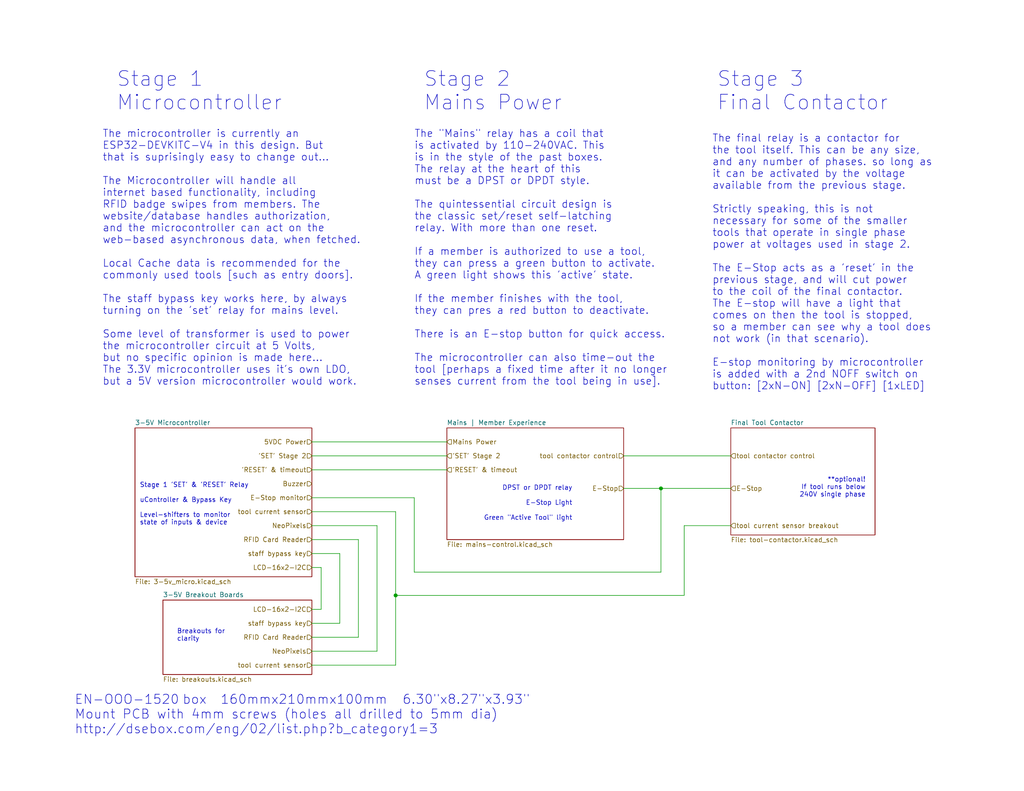
<source format=kicad_sch>
(kicad_sch (version 20211123) (generator eeschema)

  (uuid 77b14e98-9774-4eb6-8208-bda0ecd25116)

  (paper "USLetter")

  (title_block
    (title "Revised Tool Controller")
    (date "2022-07")
    (rev "v1")
    (company "MakeHaven - non-profit makerspace & Fab Lab in New Haven, CT, USA")
    (comment 1 "(1-1) set & (1-2) reset || (2) 110 or 230VAC coil || (3) full contactor [1-3 phase]")
    (comment 2 "---------------- 4 relay system -------------------------")
    (comment 3 "Current Sensor & RFID reader on breakout boards")
    (comment 4 "Bypass circumvents need for ESP32-DEVKITC-V4 || starts at relay (1-1)")
  )

  (lib_symbols
  )

  (junction (at 107.95 162.56) (diameter 0) (color 0 0 0 0)
    (uuid 074301a7-fb5c-41f6-b57b-68ee799e0b9a)
  )
  (junction (at 180.34 133.35) (diameter 0) (color 0 0 0 0)
    (uuid e4d17971-32c5-4caf-96e7-d9f443608484)
  )

  (wire (pts (xy 85.09 139.7) (xy 107.95 139.7))
    (stroke (width 0) (type default) (color 0 0 0 0))
    (uuid 077d8c19-1faa-4cc6-bb58-19832aa48b9d)
  )
  (wire (pts (xy 87.63 166.37) (xy 85.09 166.37))
    (stroke (width 0) (type default) (color 0 0 0 0))
    (uuid 22a9e117-ce23-4851-8ca1-663d017f3ed8)
  )
  (wire (pts (xy 92.71 170.18) (xy 85.09 170.18))
    (stroke (width 0) (type default) (color 0 0 0 0))
    (uuid 32d5e708-5971-49b3-b65b-3b14cfe8c3d1)
  )
  (wire (pts (xy 113.03 135.89) (xy 113.03 156.21))
    (stroke (width 0) (type default) (color 0 0 0 0))
    (uuid 3373fb25-94a5-4ee9-8bf9-e2fd74ed3d2d)
  )
  (wire (pts (xy 85.09 151.13) (xy 92.71 151.13))
    (stroke (width 0) (type default) (color 0 0 0 0))
    (uuid 3b9c8a5d-0dd8-4224-a53d-4dbdacd5ba0f)
  )
  (wire (pts (xy 102.87 177.8) (xy 85.09 177.8))
    (stroke (width 0) (type default) (color 0 0 0 0))
    (uuid 3cc232d8-ea45-4a96-996b-6db5b728a13f)
  )
  (wire (pts (xy 97.79 173.99) (xy 85.09 173.99))
    (stroke (width 0) (type default) (color 0 0 0 0))
    (uuid 58f5aff8-bde5-4b7b-880c-f95f7b04b24c)
  )
  (wire (pts (xy 85.09 120.65) (xy 121.92 120.65))
    (stroke (width 0) (type default) (color 0 0 0 0))
    (uuid 692f3520-e5a6-4460-baff-20dec217f715)
  )
  (wire (pts (xy 180.34 156.21) (xy 113.03 156.21))
    (stroke (width 0) (type default) (color 0 0 0 0))
    (uuid 70989a70-2f51-4e88-a992-3f4a3eb6bf22)
  )
  (wire (pts (xy 170.18 133.35) (xy 180.34 133.35))
    (stroke (width 0) (type default) (color 0 0 0 0))
    (uuid 766ffab7-7339-4c75-9a8e-d142cadbaf87)
  )
  (wire (pts (xy 107.95 139.7) (xy 107.95 162.56))
    (stroke (width 0) (type default) (color 0 0 0 0))
    (uuid 85b93869-984b-4e57-960d-9c8674b85561)
  )
  (wire (pts (xy 107.95 162.56) (xy 107.95 181.61))
    (stroke (width 0) (type default) (color 0 0 0 0))
    (uuid 8c597f88-2372-4c6f-acad-fbbf8f3ba7a6)
  )
  (wire (pts (xy 186.69 143.51) (xy 186.69 162.56))
    (stroke (width 0) (type default) (color 0 0 0 0))
    (uuid 91b16675-1c9b-463d-b084-16ebfe31c7f1)
  )
  (wire (pts (xy 85.09 154.94) (xy 87.63 154.94))
    (stroke (width 0) (type default) (color 0 0 0 0))
    (uuid a9cd8260-35f6-423a-bc5a-5500fa4103e1)
  )
  (wire (pts (xy 170.18 124.46) (xy 199.39 124.46))
    (stroke (width 0) (type default) (color 0 0 0 0))
    (uuid ac5e929f-6fa5-4635-928c-c21c58a57bf5)
  )
  (wire (pts (xy 107.95 162.56) (xy 186.69 162.56))
    (stroke (width 0) (type default) (color 0 0 0 0))
    (uuid acde4d0e-9a28-4ce6-be93-38eaf69e9a69)
  )
  (wire (pts (xy 87.63 154.94) (xy 87.63 166.37))
    (stroke (width 0) (type default) (color 0 0 0 0))
    (uuid b3d33e93-a64f-4ae2-a942-894abef70041)
  )
  (wire (pts (xy 102.87 143.51) (xy 102.87 177.8))
    (stroke (width 0) (type default) (color 0 0 0 0))
    (uuid b5738e18-5218-4de9-bdd6-4b5118f442e4)
  )
  (wire (pts (xy 85.09 128.27) (xy 121.92 128.27))
    (stroke (width 0) (type default) (color 0 0 0 0))
    (uuid c54afd68-16db-4bf0-a37f-9f9dd4a16979)
  )
  (wire (pts (xy 85.09 147.32) (xy 97.79 147.32))
    (stroke (width 0) (type default) (color 0 0 0 0))
    (uuid d3c3a477-48cc-4fab-ab08-52212d75e608)
  )
  (wire (pts (xy 85.09 143.51) (xy 102.87 143.51))
    (stroke (width 0) (type default) (color 0 0 0 0))
    (uuid d84a8706-9b44-4e6a-86a0-ff3e79af69ed)
  )
  (wire (pts (xy 186.69 143.51) (xy 199.39 143.51))
    (stroke (width 0) (type default) (color 0 0 0 0))
    (uuid db74bd8c-eb53-404f-9080-11003778735b)
  )
  (wire (pts (xy 180.34 133.35) (xy 199.39 133.35))
    (stroke (width 0) (type default) (color 0 0 0 0))
    (uuid dea143ea-9977-43d7-bf83-9d5ec92687ce)
  )
  (wire (pts (xy 97.79 147.32) (xy 97.79 173.99))
    (stroke (width 0) (type default) (color 0 0 0 0))
    (uuid e0ef5497-1cdd-41b0-9e84-191ca27d9b48)
  )
  (wire (pts (xy 92.71 151.13) (xy 92.71 170.18))
    (stroke (width 0) (type default) (color 0 0 0 0))
    (uuid e93f69a3-5888-43c7-b4d3-41ed8f8b2e9a)
  )
  (wire (pts (xy 85.09 181.61) (xy 107.95 181.61))
    (stroke (width 0) (type default) (color 0 0 0 0))
    (uuid f2f8f707-a388-48d9-9761-08b2a59009b1)
  )
  (wire (pts (xy 85.09 124.46) (xy 121.92 124.46))
    (stroke (width 0) (type default) (color 0 0 0 0))
    (uuid f35246c5-d11b-4c88-863a-c8e812370b75)
  )
  (wire (pts (xy 180.34 156.21) (xy 180.34 133.35))
    (stroke (width 0) (type default) (color 0 0 0 0))
    (uuid f4f6a428-2d1f-4843-90f4-ae6efe0fc782)
  )
  (wire (pts (xy 85.09 135.89) (xy 113.03 135.89))
    (stroke (width 0) (type default) (color 0 0 0 0))
    (uuid fe3df5df-664b-4b59-a7da-f199fcb7efe4)
  )

  (text "Stage 3\nFinal Contactor" (at 195.58 30.48 0)
    (effects (font (size 4 4)) (justify left bottom))
    (uuid 34df647a-0790-4243-87b0-328354480a69)
  )
  (text "Stage 1 'SET' & 'RESET' Relay\n\nuController & Bypass Key\n\nLevel-shifters to monitor \nstate of inputs & device"
    (at 38.1 143.51 0)
    (effects (font (size 1.27 1.27)) (justify left bottom))
    (uuid 4987efe7-5698-4c22-8d21-211c0afc0b7e)
  )
  (text "The final relay is a contactor for \nthe tool itself. This can be any size,\nand any number of phases. so long as \nit can be activated by the voltage \navailable from the previous stage.\n\nStrictly speaking, this is not \nnecessary for some of the smaller \ntools that operate in single phase\npower at voltages used in stage 2.\n\nThe E-Stop acts as a 'reset' in the \nprevious stage, and will cut power \nto the coil of the final contactor.\nThe E-stop will have a light that \ncomes on then the tool is stopped, \nso a member can see why a tool does \nnot work (in that scenario).\n\nE-stop monitoring by microcontroller\nis added with a 2nd NOFF switch on \nbutton: [2xN-ON] [2xN-OFF] [1xLED]"
    (at 194.31 106.68 0)
    (effects (font (size 2 2)) (justify left bottom))
    (uuid 53f24ab8-46a0-4924-89cf-d40bd9e323b1)
  )
  (text "Stage 2\nMains Power" (at 115.57 30.48 0)
    (effects (font (size 4 4)) (justify left bottom))
    (uuid 82dd448c-3e6c-4483-bd78-28f6f0c99633)
  )
  (text "Stage 1\nMicrocontroller" (at 31.75 30.48 0)
    (effects (font (size 4 4)) (justify left bottom))
    (uuid 870bf809-d894-4f44-9844-4f4103684eb7)
  )
  (text "The \"Mains\" relay has a coil that\nis activated by 110-240VAC. This \nis in the style of the past boxes.\nThe relay at the heart of this \nmust be a DPST or DPDT style. \n\nThe quintessential circuit design is\nthe classic set/reset self-latching \nrelay. With more than one reset.\n\nIf a member is authorized to use a tool,\nthey can press a green button to activate.\nA green light shows this 'active' state.\n\nIf the member finishes with the tool, \nthey can pres a red button to deactivate.\n\nThere is an E-stop button for quick access.\n\nThe microcontroller can also time-out the \ntool [perhaps a fixed time after it no longer \nsenses current from the tool being in use]. \n"
    (at 113.03 105.41 0)
    (effects (font (size 2 2)) (justify left bottom))
    (uuid 9e416764-5002-4b31-bc96-628f676d64cc)
  )
  (text "**optional!\nIf tool runs below\n240V single phase" (at 236.22 135.89 180)
    (effects (font (size 1.27 1.27)) (justify right bottom))
    (uuid ae2904f3-626b-47de-a2bb-774b4539939c)
  )
  (text "Breakouts for\nclarity" (at 48.26 175.26 0)
    (effects (font (size 1.27 1.27)) (justify left bottom))
    (uuid bd4be9ee-6ca7-4751-ab7a-c4e6e5b54a1b)
  )
  (text "The microcontroller is currently an \nESP32-DEVKITC-V4 in this design. But\nthat is suprisingly easy to change out...\n\nThe Microcontroller will handle all \ninternet based functionality, including\nRFID badge swipes from members. The \nwebsite/database handles authorization,\nand the microcontroller can act on the \nweb-based asynchronous data, when fetched. \n\nLocal Cache data is recommended for the \ncommonly used tools [such as entry doors].\n\nThe staff bypass key works here, by always\nturning on the 'set' relay for mains level.\n\nSome level of transformer is used to power \nthe microcontroller circuit at 5 Volts, \nbut no specific opinion is made here...\nThe 3.3V microcontroller uses it's own LDO,\nbut a 5V version microcontroller would work."
    (at 27.94 105.41 0)
    (effects (font (size 2 2)) (justify left bottom))
    (uuid c2a4df05-ddf1-4890-a962-8480f906da23)
  )
  (text "DPST or DPDT relay\n\nE-Stop Light\n\nGreen \"Active Tool\" light"
    (at 156.21 142.24 0)
    (effects (font (size 1.27 1.27)) (justify right bottom))
    (uuid e40079b2-f1ed-48c9-8308-d7cd90d36eb9)
  )
  (text "EN-OOO-1520	box  160mmx210mmx100mm	6.30\"x8.27\"x3.93\"\nMount PCB with 4mm screws (holes all drilled to 5mm dia)\nhttp://dsebox.com/eng/02/list.php?b_category1=3\n"
    (at 20.32 200.66 0)
    (effects (font (size 2.5 2.5)) (justify left bottom))
    (uuid f11b3d46-970f-43e2-af73-801b1aff9d9b)
  )

  (hierarchical_label "E-Stop" (shape input) (at 170.18 133.35 180)
    (effects (font (size 1.27 1.27)) (justify right))
    (uuid 033e6275-4316-43f1-87f3-ec78dfcc0a5d)
  )
  (hierarchical_label "tool contactor control" (shape input) (at 170.18 124.46 180)
    (effects (font (size 1.27 1.27)) (justify right))
    (uuid 124f892a-bee7-410f-b99b-efca1775a911)
  )
  (hierarchical_label "Buzzer" (shape input) (at 85.09 132.08 180)
    (effects (font (size 1.27 1.27)) (justify right))
    (uuid 140f60c2-b419-4a1d-861d-71e0d92ecc8e)
  )
  (hierarchical_label "tool contactor control" (shape input) (at 199.39 124.46 0)
    (effects (font (size 1.27 1.27)) (justify left))
    (uuid 18e75c97-e4b4-4862-a5ec-efc50f48cbdb)
  )
  (hierarchical_label "'SET' Stage 2" (shape input) (at 85.09 124.46 180)
    (effects (font (size 1.27 1.27)) (justify right))
    (uuid 2f7492eb-604f-4c61-b19b-26ba861cea6e)
  )
  (hierarchical_label "LCD-16x2-I2C" (shape input) (at 85.09 154.94 180)
    (effects (font (size 1.27 1.27)) (justify right))
    (uuid 2f98396b-ee21-4b3a-a8e3-8ea9098a193c)
  )
  (hierarchical_label "NeoPixels" (shape input) (at 85.09 177.8 180)
    (effects (font (size 1.27 1.27)) (justify right))
    (uuid 43f7b53b-3154-4121-905e-4ffb1b019f3f)
  )
  (hierarchical_label "'RESET' & timeout" (shape input) (at 85.09 128.27 180)
    (effects (font (size 1.27 1.27)) (justify right))
    (uuid 457a37a3-0da5-44ce-8e48-e5985373e446)
  )
  (hierarchical_label "staff bypass key" (shape input) (at 85.09 170.18 180)
    (effects (font (size 1.27 1.27)) (justify right))
    (uuid 45976414-669b-46f2-ac3f-c79c5214729b)
  )
  (hierarchical_label "tool current sensor" (shape input) (at 85.09 181.61 180)
    (effects (font (size 1.27 1.27)) (justify right))
    (uuid 4dd72e93-3786-40a6-a078-9c9f7bb456a9)
  )
  (hierarchical_label "tool current sensor breakout" (shape input) (at 199.39 143.51 0)
    (effects (font (size 1.27 1.27)) (justify left))
    (uuid 5b29d778-d1ae-4d67-b86f-281afd7b28ed)
  )
  (hierarchical_label "E-Stop monitor" (shape input) (at 85.09 135.89 180)
    (effects (font (size 1.27 1.27)) (justify right))
    (uuid 6fa5bd47-a122-432e-ac12-01bd2c3e3ea2)
  )
  (hierarchical_label "Mains Power" (shape input) (at 121.92 120.65 0)
    (effects (font (size 1.27 1.27)) (justify left))
    (uuid 705a6ca5-1e54-49e4-935d-e0aacdd0df51)
  )
  (hierarchical_label "LCD-16x2-I2C" (shape input) (at 85.09 166.37 180)
    (effects (font (size 1.27 1.27)) (justify right))
    (uuid 7438fa93-11d5-48a8-a7fb-e33592ed4260)
  )
  (hierarchical_label "NeoPixels" (shape input) (at 85.09 143.51 180)
    (effects (font (size 1.27 1.27)) (justify right))
    (uuid 78b61f61-777f-440f-8ec6-4e767f09af6d)
  )
  (hierarchical_label "'RESET' & timeout" (shape input) (at 121.92 128.27 0)
    (effects (font (size 1.27 1.27)) (justify left))
    (uuid 790137d1-4b37-4341-8749-8bf414bde310)
  )
  (hierarchical_label "'SET' Stage 2" (shape input) (at 121.92 124.46 0)
    (effects (font (size 1.27 1.27)) (justify left))
    (uuid b284db63-7d5a-406d-a88b-c675499c2ddb)
  )
  (hierarchical_label "5VDC Power" (shape input) (at 85.09 120.65 180)
    (effects (font (size 1.27 1.27)) (justify right))
    (uuid b8b36270-f6fa-434f-9e7d-2117168bfe43)
  )
  (hierarchical_label "E-Stop" (shape input) (at 199.39 133.35 0)
    (effects (font (size 1.27 1.27)) (justify left))
    (uuid c2138d50-a87a-4ccf-8afa-81ad109d1bbe)
  )
  (hierarchical_label "staff bypass key" (shape input) (at 85.09 151.13 180)
    (effects (font (size 1.27 1.27)) (justify right))
    (uuid c647244a-7c36-492a-8392-75615081d8a8)
  )
  (hierarchical_label "RFID Card Reader" (shape input) (at 85.09 173.99 180)
    (effects (font (size 1.27 1.27)) (justify right))
    (uuid c7b16f70-6dfb-4388-9c8b-b1bcf9056d94)
  )
  (hierarchical_label "RFID Card Reader" (shape input) (at 85.09 147.32 180)
    (effects (font (size 1.27 1.27)) (justify right))
    (uuid cc82c4e7-80de-459a-904f-c84b10bc79f2)
  )
  (hierarchical_label "tool current sensor" (shape input) (at 85.09 139.7 180)
    (effects (font (size 1.27 1.27)) (justify right))
    (uuid ea1865bc-9296-42c1-a0c3-23bf844ee072)
  )

  (sheet (at 121.92 116.84) (size 48.26 30.48) (fields_autoplaced)
    (stroke (width 0.1524) (type solid) (color 0 0 0 0))
    (fill (color 0 0 0 0.0000))
    (uuid 06a607e0-d671-424a-9288-68db6e4dbb93)
    (property "Sheet name" "Mains | Member Experience" (id 0) (at 121.92 116.1284 0)
      (effects (font (size 1.27 1.27)) (justify left bottom))
    )
    (property "Sheet file" "mains-control.kicad_sch" (id 1) (at 121.92 147.9046 0)
      (effects (font (size 1.27 1.27)) (justify left top))
    )
  )

  (sheet (at 44.45 163.83) (size 40.64 20.32) (fields_autoplaced)
    (stroke (width 0.1524) (type solid) (color 0 0 0 0))
    (fill (color 0 0 0 0.0000))
    (uuid 1b7b1214-7819-45cf-b2ed-edac024ad321)
    (property "Sheet name" "3-5V Breakout Boards" (id 0) (at 44.45 163.1184 0)
      (effects (font (size 1.27 1.27)) (justify left bottom))
    )
    (property "Sheet file" "breakouts.kicad_sch" (id 1) (at 44.45 184.7346 0)
      (effects (font (size 1.27 1.27)) (justify left top))
    )
  )

  (sheet (at 199.39 116.84) (size 39.37 29.21) (fields_autoplaced)
    (stroke (width 0.1524) (type solid) (color 0 0 0 0))
    (fill (color 0 0 0 0.0000))
    (uuid b6bc265e-7340-4cca-a818-2e3ad8982560)
    (property "Sheet name" "Final Tool Contactor" (id 0) (at 199.39 116.1284 0)
      (effects (font (size 1.27 1.27)) (justify left bottom))
    )
    (property "Sheet file" "tool-contactor.kicad_sch" (id 1) (at 199.39 146.6346 0)
      (effects (font (size 1.27 1.27)) (justify left top))
    )
  )

  (sheet (at 36.83 116.84) (size 48.26 40.64) (fields_autoplaced)
    (stroke (width 0.1524) (type solid) (color 0 0 0 0))
    (fill (color 0 0 0 0.0000))
    (uuid c52a8f3b-6a17-4cdf-bfb9-657a2d72e5b2)
    (property "Sheet name" "3-5V Microcontroller" (id 0) (at 36.83 116.1284 0)
      (effects (font (size 1.27 1.27)) (justify left bottom))
    )
    (property "Sheet file" "3-5v_micro.kicad_sch" (id 1) (at 36.83 158.0646 0)
      (effects (font (size 1.27 1.27)) (justify left top))
    )
  )

  (sheet_instances
    (path "/" (page "1"))
    (path "/c52a8f3b-6a17-4cdf-bfb9-657a2d72e5b2" (page "2"))
    (path "/06a607e0-d671-424a-9288-68db6e4dbb93" (page "3"))
    (path "/b6bc265e-7340-4cca-a818-2e3ad8982560" (page "4"))
    (path "/1b7b1214-7819-45cf-b2ed-edac024ad321" (page "5"))
  )

  (symbol_instances
    (path "/1b7b1214-7819-45cf-b2ed-edac024ad321/7a582b0a-9885-47a2-882c-33ba5a78ad17"
      (reference "!Schematic_Only1") (unit 1) (value "NeoPixel_THT") (footprint "")
    )
    (path "/c52a8f3b-6a17-4cdf-bfb9-657a2d72e5b2/e3ffa89a-b416-442e-9e52-0904dca7c35a"
      (reference "#PWR0101") (unit 1) (value "+5V") (footprint "")
    )
    (path "/c52a8f3b-6a17-4cdf-bfb9-657a2d72e5b2/c59994c0-60e8-48e9-a2b9-9a1ac9243fd9"
      (reference "#PWR0102") (unit 1) (value "+3.3V") (footprint "")
    )
    (path "/c52a8f3b-6a17-4cdf-bfb9-657a2d72e5b2/120ffee2-d5ea-4fe4-8597-8f523dc8f732"
      (reference "#PWR0103") (unit 1) (value "+5V") (footprint "")
    )
    (path "/c52a8f3b-6a17-4cdf-bfb9-657a2d72e5b2/43b52fda-ed3f-4a4e-a82b-5217bf9e82f8"
      (reference "#PWR0104") (unit 1) (value "+3.3V") (footprint "")
    )
    (path "/c52a8f3b-6a17-4cdf-bfb9-657a2d72e5b2/e3b17dbb-aa3e-4345-869a-11e064d7efd4"
      (reference "#PWR0105") (unit 1) (value "+3.3V") (footprint "")
    )
    (path "/c52a8f3b-6a17-4cdf-bfb9-657a2d72e5b2/9e2b30f0-2295-47d7-b63a-aa3034a26e76"
      (reference "#PWR0106") (unit 1) (value "GND") (footprint "")
    )
    (path "/c52a8f3b-6a17-4cdf-bfb9-657a2d72e5b2/34e12612-d750-47f2-914f-b150977c68e4"
      (reference "#PWR0107") (unit 1) (value "GND") (footprint "")
    )
    (path "/c52a8f3b-6a17-4cdf-bfb9-657a2d72e5b2/b6011048-e029-4ce4-bfc7-1d587cde4b6b"
      (reference "#PWR0108") (unit 1) (value "GND") (footprint "")
    )
    (path "/c52a8f3b-6a17-4cdf-bfb9-657a2d72e5b2/e193afd6-efb0-4028-ba9b-6c285ed44099"
      (reference "#PWR0109") (unit 1) (value "GND") (footprint "")
    )
    (path "/c52a8f3b-6a17-4cdf-bfb9-657a2d72e5b2/5fe9f42f-74c8-4b04-b847-fcdc312490bf"
      (reference "#PWR0110") (unit 1) (value "GND") (footprint "")
    )
    (path "/c52a8f3b-6a17-4cdf-bfb9-657a2d72e5b2/f885734e-b6c3-4bd1-b3e4-f9cc48e41dba"
      (reference "#PWR0111") (unit 1) (value "GND") (footprint "")
    )
    (path "/c52a8f3b-6a17-4cdf-bfb9-657a2d72e5b2/28bda04d-1e64-4d32-a6ec-28bc6355267b"
      (reference "#PWR0112") (unit 1) (value "GND") (footprint "")
    )
    (path "/c52a8f3b-6a17-4cdf-bfb9-657a2d72e5b2/25456461-c53c-463f-8c35-5295d4811ee2"
      (reference "#PWR0113") (unit 1) (value "GND") (footprint "")
    )
    (path "/c52a8f3b-6a17-4cdf-bfb9-657a2d72e5b2/e849535b-25c0-4865-8f47-4694e70329a0"
      (reference "#PWR0114") (unit 1) (value "+5V") (footprint "")
    )
    (path "/1b7b1214-7819-45cf-b2ed-edac024ad321/5a24404b-bca9-4349-961c-c24d385db09b"
      (reference "#PWR0115") (unit 1) (value "GND") (footprint "")
    )
    (path "/c52a8f3b-6a17-4cdf-bfb9-657a2d72e5b2/8265aaf6-b9b4-4ddb-9eb1-3f566d5f4309"
      (reference "#PWR0116") (unit 1) (value "+5V") (footprint "")
    )
    (path "/1b7b1214-7819-45cf-b2ed-edac024ad321/3d594520-7c0e-411e-a33d-cd3e2dc8760f"
      (reference "#PWR0117") (unit 1) (value "GND") (footprint "")
    )
    (path "/1b7b1214-7819-45cf-b2ed-edac024ad321/6e3f1cb8-6b15-442e-b03a-a2e3efacbe1e"
      (reference "#PWR0118") (unit 1) (value "GND") (footprint "")
    )
    (path "/c52a8f3b-6a17-4cdf-bfb9-657a2d72e5b2/8ecdc09d-80ac-4693-bf1a-e8b3dda8bbea"
      (reference "#PWR0119") (unit 1) (value "GND") (footprint "")
    )
    (path "/c52a8f3b-6a17-4cdf-bfb9-657a2d72e5b2/98c48bfa-6d01-41f1-8e12-45c2d7114e22"
      (reference "#PWR0120") (unit 1) (value "+5V") (footprint "")
    )
    (path "/1b7b1214-7819-45cf-b2ed-edac024ad321/257dc054-36bb-411f-b321-558e0edd5698"
      (reference "#PWR0121") (unit 1) (value "+3.3V") (footprint "")
    )
    (path "/1b7b1214-7819-45cf-b2ed-edac024ad321/14f1c363-a971-4c7b-9926-4d621c86fdc5"
      (reference "#PWR0122") (unit 1) (value "GND") (footprint "")
    )
    (path "/1b7b1214-7819-45cf-b2ed-edac024ad321/fa354dac-0847-47a1-833c-c29a45f021d8"
      (reference "#PWR0123") (unit 1) (value "+5V") (footprint "")
    )
    (path "/1b7b1214-7819-45cf-b2ed-edac024ad321/5038e76d-541b-4d6d-b04a-9245ee26222f"
      (reference "#PWR0124") (unit 1) (value "GND") (footprint "")
    )
    (path "/1b7b1214-7819-45cf-b2ed-edac024ad321/09480b1f-7105-41ec-99fe-9428469e6ed9"
      (reference "#PWR0125") (unit 1) (value "+3.3V") (footprint "")
    )
    (path "/06a607e0-d671-424a-9288-68db6e4dbb93/d1143de3-e08a-4d20-9705-e2c77cf2039d"
      (reference "#PWR0126") (unit 1) (value "+5V") (footprint "")
    )
    (path "/06a607e0-d671-424a-9288-68db6e4dbb93/17dcd3aa-baca-4ef1-a4b2-55b47b7555ff"
      (reference "#PWR0127") (unit 1) (value "GND") (footprint "")
    )
    (path "/c52a8f3b-6a17-4cdf-bfb9-657a2d72e5b2/c6500c70-1210-4108-b0c3-428725d89af6"
      (reference "#PWR0128") (unit 1) (value "+3.3V") (footprint "")
    )
    (path "/c52a8f3b-6a17-4cdf-bfb9-657a2d72e5b2/7793c0b8-b956-4644-a654-f2447933f747"
      (reference "#PWR0129") (unit 1) (value "+5V") (footprint "")
    )
    (path "/c52a8f3b-6a17-4cdf-bfb9-657a2d72e5b2/6920d97c-dee9-4949-b33a-75898c06f4ca"
      (reference "#PWR0130") (unit 1) (value "GND") (footprint "")
    )
    (path "/1b7b1214-7819-45cf-b2ed-edac024ad321/67f9fc59-ca09-4c60-843f-b085d718868b"
      (reference "#PWR0131") (unit 1) (value "GND") (footprint "")
    )
    (path "/1b7b1214-7819-45cf-b2ed-edac024ad321/f8252d22-1107-4ebd-9b77-3efe2b5089e1"
      (reference "#PWR0132") (unit 1) (value "GND") (footprint "")
    )
    (path "/c52a8f3b-6a17-4cdf-bfb9-657a2d72e5b2/da63902f-4ea9-45aa-8191-4b34bccf13c0"
      (reference "#PWR0133") (unit 1) (value "GND") (footprint "")
    )
    (path "/c52a8f3b-6a17-4cdf-bfb9-657a2d72e5b2/ec66bb96-a881-4630-bc68-a6e777c41cc2"
      (reference "#PWR0134") (unit 1) (value "GND") (footprint "")
    )
    (path "/1b7b1214-7819-45cf-b2ed-edac024ad321/238d9d67-213b-46a5-b6e7-5ab464042a58"
      (reference "#PWR0135") (unit 1) (value "+5V") (footprint "")
    )
    (path "/1b7b1214-7819-45cf-b2ed-edac024ad321/d04a4a06-6082-4ebf-b8d1-1da462ce1937"
      (reference "#PWR0138") (unit 1) (value "GND") (footprint "")
    )
    (path "/1b7b1214-7819-45cf-b2ed-edac024ad321/e48786be-64a5-425b-876a-4d5996320d76"
      (reference "#PWR0139") (unit 1) (value "+3.3V") (footprint "")
    )
    (path "/1b7b1214-7819-45cf-b2ed-edac024ad321/03cba5e3-7aa7-4088-af81-b7eed28ae276"
      (reference "#PWR0140") (unit 1) (value "+3.3V") (footprint "")
    )
    (path "/1b7b1214-7819-45cf-b2ed-edac024ad321/e47e2726-cdaf-45c7-a447-7d59acf8d212"
      (reference "#PWR0141") (unit 1) (value "+5V") (footprint "")
    )
    (path "/1b7b1214-7819-45cf-b2ed-edac024ad321/85765e25-a933-41a3-9c2c-d600d3414667"
      (reference "#PWR0142") (unit 1) (value "GND") (footprint "")
    )
    (path "/1b7b1214-7819-45cf-b2ed-edac024ad321/34395206-bd25-4f04-9240-22e3e787169e"
      (reference "#PWR0143") (unit 1) (value "+5V") (footprint "")
    )
    (path "/1b7b1214-7819-45cf-b2ed-edac024ad321/5f7145ef-4e64-4dea-938b-a2a5671415ce"
      (reference "#PWR0144") (unit 1) (value "GND") (footprint "")
    )
    (path "/1b7b1214-7819-45cf-b2ed-edac024ad321/7e7170e3-2c88-4a2d-8697-15ad256f8b40"
      (reference "#PWR0145") (unit 1) (value "+3.3V") (footprint "")
    )
    (path "/1b7b1214-7819-45cf-b2ed-edac024ad321/68e9b78c-cafc-481a-98a9-7d9f8ad2a8dd"
      (reference "#PWR0146") (unit 1) (value "GND") (footprint "")
    )
    (path "/1b7b1214-7819-45cf-b2ed-edac024ad321/e8063a16-1a0e-45dc-8890-8e4c46251a63"
      (reference "#PWR0147") (unit 1) (value "GND") (footprint "")
    )
    (path "/1b7b1214-7819-45cf-b2ed-edac024ad321/6486b847-41f4-474c-8821-09d33199cf94"
      (reference "#PWR0148") (unit 1) (value "+3.3V") (footprint "")
    )
    (path "/c52a8f3b-6a17-4cdf-bfb9-657a2d72e5b2/5c31e781-c789-49a2-afab-6eb6b6e7951c"
      (reference "5vRelay1-1") (unit 1) (value "SANYOU_SRD_Form_C") (footprint "Relay_THT:Relay_SPDT_SANYOU_SRD_Series_Form_C")
    )
    (path "/c52a8f3b-6a17-4cdf-bfb9-657a2d72e5b2/bdad9505-9581-43d9-9feb-3ed15dfaa5c3"
      (reference "5vRelay1-2") (unit 1) (value "SANYOU_SRD_Form_C") (footprint "Relay_THT:Relay_SPDT_SANYOU_SRD_Series_Form_C")
    )
    (path "/c52a8f3b-6a17-4cdf-bfb9-657a2d72e5b2/451f7441-09f0-4cce-b775-e36503765e9f"
      (reference "BZ1") (unit 1) (value "Buzzer") (footprint "Buzzer_Beeper:Buzzer_15x7.5RM7.6")
    )
    (path "/1b7b1214-7819-45cf-b2ed-edac024ad321/072058a0-59bc-4639-b37d-cf6f91cb9b4b"
      (reference "Boot-1") (unit 1) (value "Conn_01x02_Female") (footprint "Connector_PinSocket_2.54mm:PinSocket_1x02_P2.54mm_Vertical")
    )
    (path "/c52a8f3b-6a17-4cdf-bfb9-657a2d72e5b2/c70318bb-7a00-443d-9d56-ef97a5c4188b"
      (reference "Bypass-1") (unit 1) (value "Conn_01x02_Female") (footprint "Connector_PinSocket_2.54mm:PinSocket_1x02_P2.54mm_Vertical")
    )
    (path "/1b7b1214-7819-45cf-b2ed-edac024ad321/a983affc-6b58-4ead-a2e2-36b47dd26dec"
      (reference "C1") (unit 1) (value "0.1uF") (footprint "Capacitor_SMD:C_1206_3216Metric_Pad1.33x1.80mm_HandSolder")
    )
    (path "/1b7b1214-7819-45cf-b2ed-edac024ad321/eb5abb26-6513-4a0a-9fdb-f2d783d3a8a8"
      (reference "C2") (unit 1) (value "0.1uF") (footprint "Capacitor_SMD:C_1206_3216Metric_Pad1.33x1.80mm_HandSolder")
    )
    (path "/c52a8f3b-6a17-4cdf-bfb9-657a2d72e5b2/d5a8293f-efe8-4e3f-9278-5c053e086d78"
      (reference "D1") (unit 1) (value "B160-E3") (footprint "Diode_SMD:D_SMA")
    )
    (path "/c52a8f3b-6a17-4cdf-bfb9-657a2d72e5b2/c40a367b-2fd4-4a25-99e3-5885ccaa00b7"
      (reference "D2") (unit 1) (value "B160-E3") (footprint "Diode_SMD:D_SMA")
    )
    (path "/c52a8f3b-6a17-4cdf-bfb9-657a2d72e5b2/7c3628e0-cea4-4c56-b5ec-a350c46a8e72"
      (reference "E-Stop-1") (unit 1) (value "Conn_01x03_Female") (footprint "Connector_PinSocket_2.54mm:PinSocket_1x03_P2.54mm_Vertical")
    )
    (path "/c52a8f3b-6a17-4cdf-bfb9-657a2d72e5b2/bd000bc2-803c-4227-b1dc-97d19e3e1144"
      (reference "E-Stp1") (unit 1) (value "NMOSFETSOT23") (footprint "Package_TO_SOT_SMD:SOT-23")
    )
    (path "/1b7b1214-7819-45cf-b2ed-edac024ad321/1a35a43c-9ce3-4277-9e8b-ba6baf693028"
      (reference "EN-1") (unit 1) (value "Conn_01x02_Female") (footprint "Connector_PinSocket_2.54mm:PinSocket_1x02_P2.54mm_Vertical")
    )
    (path "/06a607e0-d671-424a-9288-68db6e4dbb93/0baf98c4-9f2f-4b7f-a8a9-4da78c088989"
      (reference "F1") (unit 1) (value "Fuse") (footprint "Fuse:Fuseholder_Littelfuse_100_series_5x20mm")
    )
    (path "/b6bc265e-7340-4cca-a818-2e3ad8982560/32d8f6fc-dbba-4b53-9dfc-9422dfb92d39"
      (reference "F2") (unit 1) (value "Fuse") (footprint "Fuse:Fuseholder_Littelfuse_100_series_5x20mm")
    )
    (path "/06a607e0-d671-424a-9288-68db6e4dbb93/1cd7dce1-b8da-49ad-bede-11b376a9103c"
      (reference "F3") (unit 1) (value "Fuse") (footprint "Fuse:Fuseholder_Littelfuse_100_series_5x20mm")
    )
    (path "/1b7b1214-7819-45cf-b2ed-edac024ad321/fe37fc3d-fb2d-4fa3-90d9-a4975841c931"
      (reference "J1") (unit 1) (value "Conn_01x19_Female") (footprint "Connector_PinSocket_2.54mm:PinSocket_1x19_P2.54mm_Vertical")
    )
    (path "/1b7b1214-7819-45cf-b2ed-edac024ad321/62658890-1dbe-4fe5-9626-ac2bfc399c4b"
      (reference "J2") (unit 1) (value "Conn_01x19_Female") (footprint "Connector_PinSocket_2.54mm:PinSocket_1x19_P2.54mm_Vertical")
    )
    (path "/b6bc265e-7340-4cca-a818-2e3ad8982560/b3c1d39c-40cb-4972-a400-c631d3b30063"
      (reference "J10") (unit 1) (value "Screw_Terminal_01x04") (footprint "TerminalBlock:TerminalBlock_Altech_AK300-4_P5.00mm")
    )
    (path "/b6bc265e-7340-4cca-a818-2e3ad8982560/24bf2790-e9d7-41a5-8cfa-7273b8bfae40"
      (reference "J11") (unit 1) (value "Screw_Terminal_01x04") (footprint "TerminalBlock:TerminalBlock_Altech_AK300-4_P5.00mm")
    )
    (path "/b6bc265e-7340-4cca-a818-2e3ad8982560/3d33f47b-a06e-4891-9399-ed5643becb86"
      (reference "J12") (unit 1) (value "Screw_Terminal_01x04") (footprint "TerminalBlock:TerminalBlock_Altech_AK300-4_P5.00mm")
    )
    (path "/b6bc265e-7340-4cca-a818-2e3ad8982560/85d0f674-34d5-4284-a388-70407f1ffc81"
      (reference "J13") (unit 1) (value "Screw_Terminal_01x04") (footprint "TerminalBlock:TerminalBlock_Altech_AK300-4_P5.00mm")
    )
    (path "/06a607e0-d671-424a-9288-68db6e4dbb93/f350e416-bde9-405a-8ab5-51ec889733fd"
      (reference "LA3") (unit 1) (value "Lamp") (footprint "")
    )
    (path "/1b7b1214-7819-45cf-b2ed-edac024ad321/2346f13c-c066-4b5e-8f8f-beb777b40d51"
      (reference "LCD-16x2-I2C-1") (unit 1) (value "Conn_01x04_Female") (footprint "Connector_PinSocket_2.54mm:PinSocket_1x04_P2.54mm_Vertical")
    )
    (path "/1b7b1214-7819-45cf-b2ed-edac024ad321/b047dd46-1bd9-4cc9-954f-d6a1715d494b"
      (reference "NeoPixel-1") (unit 1) (value "NeoPixel_THT") (footprint "Connector_PinSocket_2.54mm:PinSocket_1x03_P2.54mm_Vertical")
    )
    (path "/1b7b1214-7819-45cf-b2ed-edac024ad321/fb8fe677-ef03-4bcb-9ebc-8fa7fb158e55"
      (reference "PS1") (unit 1) (value "CFM06S050") (footprint "switching_power_supply:CFM06S050")
    )
    (path "/c52a8f3b-6a17-4cdf-bfb9-657a2d72e5b2/ab6703cf-3f76-4fc5-bb9b-ddf666ce46af"
      (reference "R1") (unit 1) (value "1kOhm") (footprint "Resistor_SMD:R_1206_3216Metric_Pad1.30x1.75mm_HandSolder")
    )
    (path "/c52a8f3b-6a17-4cdf-bfb9-657a2d72e5b2/8148bf0c-e237-4898-93b6-0445960006d1"
      (reference "R2") (unit 1) (value "1kOhm") (footprint "Resistor_SMD:R_1206_3216Metric_Pad1.30x1.75mm_HandSolder")
    )
    (path "/c52a8f3b-6a17-4cdf-bfb9-657a2d72e5b2/512f0ad2-fe83-448e-93ee-721fc2cdcddc"
      (reference "R3") (unit 1) (value "10kOhm") (footprint "Resistor_SMD:R_1206_3216Metric_Pad1.30x1.75mm_HandSolder")
    )
    (path "/c52a8f3b-6a17-4cdf-bfb9-657a2d72e5b2/b633611a-5edb-4794-89de-6893a8eac74e"
      (reference "R4") (unit 1) (value "10kOhm") (footprint "Resistor_SMD:R_1206_3216Metric_Pad1.30x1.75mm_HandSolder")
    )
    (path "/c52a8f3b-6a17-4cdf-bfb9-657a2d72e5b2/097f5bd0-9c89-469c-a98a-0dc3bbaddf6f"
      (reference "R5") (unit 1) (value "10kOhm") (footprint "Resistor_SMD:R_1206_3216Metric_Pad1.30x1.75mm_HandSolder")
    )
    (path "/c52a8f3b-6a17-4cdf-bfb9-657a2d72e5b2/33e6c00b-c4c6-4cf1-8276-fa45e1dca242"
      (reference "R6") (unit 1) (value "10kOhm") (footprint "Resistor_SMD:R_1206_3216Metric_Pad1.30x1.75mm_HandSolder")
    )
    (path "/c52a8f3b-6a17-4cdf-bfb9-657a2d72e5b2/a7875053-c3df-4837-b3d4-383fb7665e5e"
      (reference "R7") (unit 1) (value "10kOhm") (footprint "Resistor_SMD:R_1206_3216Metric_Pad1.30x1.75mm_HandSolder")
    )
    (path "/c52a8f3b-6a17-4cdf-bfb9-657a2d72e5b2/3c82dbe9-dfa0-4b43-be1e-fb97e26ef26a"
      (reference "R8") (unit 1) (value "10kOhm") (footprint "Resistor_SMD:R_1206_3216Metric_Pad1.30x1.75mm_HandSolder")
    )
    (path "/06a607e0-d671-424a-9288-68db6e4dbb93/6388af2b-c359-4d61-8aea-7916b7562903"
      (reference "R11") (unit 1) (value "Relay_Omron_MY2-02") (footprint "relay_Omron-MY2-02:relay-Omron-MY2-02")
    )
    (path "/1b7b1214-7819-45cf-b2ed-edac024ad321/b7c1fa6e-6b9c-410e-a6fc-380c79d6a62e"
      (reference "R12") (unit 1) (value "10kOhm") (footprint "Resistor_SMD:R_1206_3216Metric_Pad1.30x1.75mm_HandSolder")
    )
    (path "/1b7b1214-7819-45cf-b2ed-edac024ad321/dd286452-65a5-4cf5-85e5-1cd87f0dfb04"
      (reference "R13") (unit 1) (value "10kOhm") (footprint "Resistor_SMD:R_1206_3216Metric_Pad1.30x1.75mm_HandSolder")
    )
    (path "/1b7b1214-7819-45cf-b2ed-edac024ad321/2d43ee53-e715-47b6-89db-5198e10cbc95"
      (reference "RFID-card-I2C-1") (unit 1) (value "Conn_01x04_Female") (footprint "Connector_PinSocket_2.54mm:PinSocket_1x04_P2.54mm_Vertical")
    )
    (path "/1b7b1214-7819-45cf-b2ed-edac024ad321/556e1815-c6c6-4f8b-8cc6-432517a9f2a8"
      (reference "RFID-card-SPI-1") (unit 1) (value "Conn_01x06_Female") (footprint "Connector_PinSocket_2.54mm:PinSocket_1x06_P2.54mm_Vertical")
    )
    (path "/06a607e0-d671-424a-9288-68db6e4dbb93/0845f384-c272-4311-8950-bd1ddd73279d"
      (reference "SW1") (unit 1) (value "SW_Push") (footprint "")
    )
    (path "/c52a8f3b-6a17-4cdf-bfb9-657a2d72e5b2/39d73959-e450-4945-b2a2-4e56c6b3fc69"
      (reference "SW2") (unit 1) (value "SW_DIP_x04") (footprint "Button_Switch_THT:SW_DIP_SPSTx04_Slide_6.7x11.72mm_W7.62mm_P2.54mm_LowProfile")
    )
    (path "/c52a8f3b-6a17-4cdf-bfb9-657a2d72e5b2/84b1d887-1ad2-4237-8f15-627e16e179e6"
      (reference "U1") (unit 1) (value "ESP32-DEVKITC-32D") (footprint "esp32-devkitc-v4:MODULE_ESP32-DEVKITC-32D")
    )
    (path "/c52a8f3b-6a17-4cdf-bfb9-657a2d72e5b2/70e7c2aa-6ed3-42e9-aade-c3c0ec4e34c9"
      (reference "U2") (unit 1) (value "TXS0102DCT") (footprint "Package_SO:SSOP-8_2.95x2.8mm_P0.65mm")
    )
    (path "/c52a8f3b-6a17-4cdf-bfb9-657a2d72e5b2/0275f971-da3a-4ef8-bb3b-1e46cfebbf9c"
      (reference "buzz1") (unit 1) (value "NMOSFETSOT23") (footprint "Package_TO_SOT_SMD:SOT-23")
    )
    (path "/1b7b1214-7819-45cf-b2ed-edac024ad321/852e28fa-0ad5-4ecd-842d-94e210577da6"
      (reference "current-sense-1") (unit 1) (value "Conn_01x04_Female") (footprint "Connector_PinSocket_2.54mm:PinSocket_1x04_P2.54mm_Vertical")
    )
    (path "/c52a8f3b-6a17-4cdf-bfb9-657a2d72e5b2/d78ad1b6-879f-4afe-9141-f7b0a2ceb50c"
      (reference "r1-1") (unit 1) (value "NMOSFETSOT23") (footprint "Package_TO_SOT_SMD:SOT-23")
    )
    (path "/c52a8f3b-6a17-4cdf-bfb9-657a2d72e5b2/1407d55a-b2e4-4552-9993-20569755cb60"
      (reference "r1-2") (unit 1) (value "NMOSFETSOT23") (footprint "Package_TO_SOT_SMD:SOT-23")
    )
  )
)

</source>
